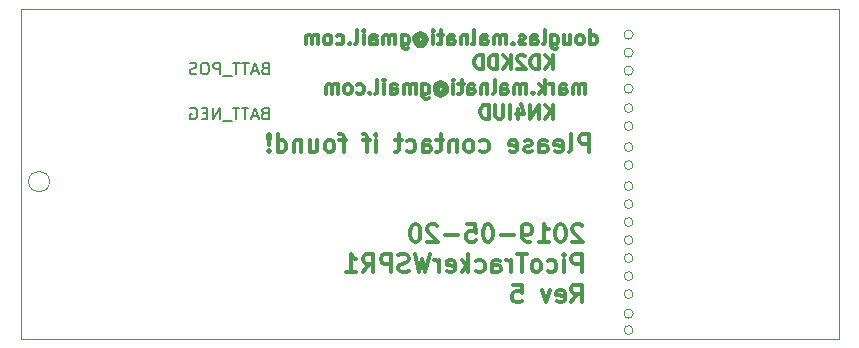
<source format=gbr>
G04 #@! TF.GenerationSoftware,KiCad,Pcbnew,(5.1.0)-1*
G04 #@! TF.CreationDate,2019-05-20T22:37:17-04:00*
G04 #@! TF.ProjectId,PicoTrackerWSPR1Rev5,5069636f-5472-4616-936b-657257535052,rev?*
G04 #@! TF.SameCoordinates,Original*
G04 #@! TF.FileFunction,Legend,Bot*
G04 #@! TF.FilePolarity,Positive*
%FSLAX46Y46*%
G04 Gerber Fmt 4.6, Leading zero omitted, Abs format (unit mm)*
G04 Created by KiCad (PCBNEW (5.1.0)-1) date 2019-05-20 22:37:17*
%MOMM*%
%LPD*%
G04 APERTURE LIST*
%ADD10C,0.100000*%
%ADD11C,0.300000*%
%ADD12C,0.150000*%
G04 APERTURE END LIST*
D10*
X53975000Y-62230000D02*
X53975000Y-63500000D01*
X123190000Y-62230000D02*
X123190000Y-63500000D01*
X53975000Y-90170000D02*
X53975000Y-63500000D01*
X123190000Y-90170000D02*
X53975000Y-90170000D01*
X123190000Y-63500000D02*
X123190000Y-90170000D01*
X53975000Y-62230000D02*
X123190000Y-62230000D01*
X105791021Y-89408000D02*
G75*
G03X105791021Y-89408000I-381021J0D01*
G01*
D11*
X102129000Y-65210857D02*
X102129000Y-64010857D01*
X102129000Y-65153714D02*
X102243285Y-65210857D01*
X102471857Y-65210857D01*
X102586142Y-65153714D01*
X102643285Y-65096571D01*
X102700428Y-64982285D01*
X102700428Y-64639428D01*
X102643285Y-64525142D01*
X102586142Y-64468000D01*
X102471857Y-64410857D01*
X102243285Y-64410857D01*
X102129000Y-64468000D01*
X101386142Y-65210857D02*
X101500428Y-65153714D01*
X101557571Y-65096571D01*
X101614714Y-64982285D01*
X101614714Y-64639428D01*
X101557571Y-64525142D01*
X101500428Y-64468000D01*
X101386142Y-64410857D01*
X101214714Y-64410857D01*
X101100428Y-64468000D01*
X101043285Y-64525142D01*
X100986142Y-64639428D01*
X100986142Y-64982285D01*
X101043285Y-65096571D01*
X101100428Y-65153714D01*
X101214714Y-65210857D01*
X101386142Y-65210857D01*
X99957571Y-64410857D02*
X99957571Y-65210857D01*
X100471857Y-64410857D02*
X100471857Y-65039428D01*
X100414714Y-65153714D01*
X100300428Y-65210857D01*
X100129000Y-65210857D01*
X100014714Y-65153714D01*
X99957571Y-65096571D01*
X98871857Y-64410857D02*
X98871857Y-65382285D01*
X98929000Y-65496571D01*
X98986142Y-65553714D01*
X99100428Y-65610857D01*
X99271857Y-65610857D01*
X99386142Y-65553714D01*
X98871857Y-65153714D02*
X98986142Y-65210857D01*
X99214714Y-65210857D01*
X99329000Y-65153714D01*
X99386142Y-65096571D01*
X99443285Y-64982285D01*
X99443285Y-64639428D01*
X99386142Y-64525142D01*
X99329000Y-64468000D01*
X99214714Y-64410857D01*
X98986142Y-64410857D01*
X98871857Y-64468000D01*
X98129000Y-65210857D02*
X98243285Y-65153714D01*
X98300428Y-65039428D01*
X98300428Y-64010857D01*
X97157571Y-65210857D02*
X97157571Y-64582285D01*
X97214714Y-64468000D01*
X97329000Y-64410857D01*
X97557571Y-64410857D01*
X97671857Y-64468000D01*
X97157571Y-65153714D02*
X97271857Y-65210857D01*
X97557571Y-65210857D01*
X97671857Y-65153714D01*
X97729000Y-65039428D01*
X97729000Y-64925142D01*
X97671857Y-64810857D01*
X97557571Y-64753714D01*
X97271857Y-64753714D01*
X97157571Y-64696571D01*
X96643285Y-65153714D02*
X96529000Y-65210857D01*
X96300428Y-65210857D01*
X96186142Y-65153714D01*
X96129000Y-65039428D01*
X96129000Y-64982285D01*
X96186142Y-64868000D01*
X96300428Y-64810857D01*
X96471857Y-64810857D01*
X96586142Y-64753714D01*
X96643285Y-64639428D01*
X96643285Y-64582285D01*
X96586142Y-64468000D01*
X96471857Y-64410857D01*
X96300428Y-64410857D01*
X96186142Y-64468000D01*
X95614714Y-65096571D02*
X95557571Y-65153714D01*
X95614714Y-65210857D01*
X95671857Y-65153714D01*
X95614714Y-65096571D01*
X95614714Y-65210857D01*
X95043285Y-65210857D02*
X95043285Y-64410857D01*
X95043285Y-64525142D02*
X94986142Y-64468000D01*
X94871857Y-64410857D01*
X94700428Y-64410857D01*
X94586142Y-64468000D01*
X94529000Y-64582285D01*
X94529000Y-65210857D01*
X94529000Y-64582285D02*
X94471857Y-64468000D01*
X94357571Y-64410857D01*
X94186142Y-64410857D01*
X94071857Y-64468000D01*
X94014714Y-64582285D01*
X94014714Y-65210857D01*
X92929000Y-65210857D02*
X92929000Y-64582285D01*
X92986142Y-64468000D01*
X93100428Y-64410857D01*
X93329000Y-64410857D01*
X93443285Y-64468000D01*
X92929000Y-65153714D02*
X93043285Y-65210857D01*
X93329000Y-65210857D01*
X93443285Y-65153714D01*
X93500428Y-65039428D01*
X93500428Y-64925142D01*
X93443285Y-64810857D01*
X93329000Y-64753714D01*
X93043285Y-64753714D01*
X92929000Y-64696571D01*
X92186142Y-65210857D02*
X92300428Y-65153714D01*
X92357571Y-65039428D01*
X92357571Y-64010857D01*
X91729000Y-64410857D02*
X91729000Y-65210857D01*
X91729000Y-64525142D02*
X91671857Y-64468000D01*
X91557571Y-64410857D01*
X91386142Y-64410857D01*
X91271857Y-64468000D01*
X91214714Y-64582285D01*
X91214714Y-65210857D01*
X90129000Y-65210857D02*
X90129000Y-64582285D01*
X90186142Y-64468000D01*
X90300428Y-64410857D01*
X90529000Y-64410857D01*
X90643285Y-64468000D01*
X90129000Y-65153714D02*
X90243285Y-65210857D01*
X90529000Y-65210857D01*
X90643285Y-65153714D01*
X90700428Y-65039428D01*
X90700428Y-64925142D01*
X90643285Y-64810857D01*
X90529000Y-64753714D01*
X90243285Y-64753714D01*
X90129000Y-64696571D01*
X89729000Y-64410857D02*
X89271857Y-64410857D01*
X89557571Y-64010857D02*
X89557571Y-65039428D01*
X89500428Y-65153714D01*
X89386142Y-65210857D01*
X89271857Y-65210857D01*
X88871857Y-65210857D02*
X88871857Y-64410857D01*
X88871857Y-64010857D02*
X88929000Y-64068000D01*
X88871857Y-64125142D01*
X88814714Y-64068000D01*
X88871857Y-64010857D01*
X88871857Y-64125142D01*
X87557571Y-64639428D02*
X87614714Y-64582285D01*
X87729000Y-64525142D01*
X87843285Y-64525142D01*
X87957571Y-64582285D01*
X88014714Y-64639428D01*
X88071857Y-64753714D01*
X88071857Y-64868000D01*
X88014714Y-64982285D01*
X87957571Y-65039428D01*
X87843285Y-65096571D01*
X87729000Y-65096571D01*
X87614714Y-65039428D01*
X87557571Y-64982285D01*
X87557571Y-64525142D02*
X87557571Y-64982285D01*
X87500428Y-65039428D01*
X87443285Y-65039428D01*
X87329000Y-64982285D01*
X87271857Y-64868000D01*
X87271857Y-64582285D01*
X87386142Y-64410857D01*
X87557571Y-64296571D01*
X87786142Y-64239428D01*
X88014714Y-64296571D01*
X88186142Y-64410857D01*
X88300428Y-64582285D01*
X88357571Y-64810857D01*
X88300428Y-65039428D01*
X88186142Y-65210857D01*
X88014714Y-65325142D01*
X87786142Y-65382285D01*
X87557571Y-65325142D01*
X87386142Y-65210857D01*
X86243285Y-64410857D02*
X86243285Y-65382285D01*
X86300428Y-65496571D01*
X86357571Y-65553714D01*
X86471857Y-65610857D01*
X86643285Y-65610857D01*
X86757571Y-65553714D01*
X86243285Y-65153714D02*
X86357571Y-65210857D01*
X86586142Y-65210857D01*
X86700428Y-65153714D01*
X86757571Y-65096571D01*
X86814714Y-64982285D01*
X86814714Y-64639428D01*
X86757571Y-64525142D01*
X86700428Y-64468000D01*
X86586142Y-64410857D01*
X86357571Y-64410857D01*
X86243285Y-64468000D01*
X85671857Y-65210857D02*
X85671857Y-64410857D01*
X85671857Y-64525142D02*
X85614714Y-64468000D01*
X85500428Y-64410857D01*
X85329000Y-64410857D01*
X85214714Y-64468000D01*
X85157571Y-64582285D01*
X85157571Y-65210857D01*
X85157571Y-64582285D02*
X85100428Y-64468000D01*
X84986142Y-64410857D01*
X84814714Y-64410857D01*
X84700428Y-64468000D01*
X84643285Y-64582285D01*
X84643285Y-65210857D01*
X83557571Y-65210857D02*
X83557571Y-64582285D01*
X83614714Y-64468000D01*
X83729000Y-64410857D01*
X83957571Y-64410857D01*
X84071857Y-64468000D01*
X83557571Y-65153714D02*
X83671857Y-65210857D01*
X83957571Y-65210857D01*
X84071857Y-65153714D01*
X84129000Y-65039428D01*
X84129000Y-64925142D01*
X84071857Y-64810857D01*
X83957571Y-64753714D01*
X83671857Y-64753714D01*
X83557571Y-64696571D01*
X82986142Y-65210857D02*
X82986142Y-64410857D01*
X82986142Y-64010857D02*
X83043285Y-64068000D01*
X82986142Y-64125142D01*
X82929000Y-64068000D01*
X82986142Y-64010857D01*
X82986142Y-64125142D01*
X82243285Y-65210857D02*
X82357571Y-65153714D01*
X82414714Y-65039428D01*
X82414714Y-64010857D01*
X81786142Y-65096571D02*
X81729000Y-65153714D01*
X81786142Y-65210857D01*
X81843285Y-65153714D01*
X81786142Y-65096571D01*
X81786142Y-65210857D01*
X80700428Y-65153714D02*
X80814714Y-65210857D01*
X81043285Y-65210857D01*
X81157571Y-65153714D01*
X81214714Y-65096571D01*
X81271857Y-64982285D01*
X81271857Y-64639428D01*
X81214714Y-64525142D01*
X81157571Y-64468000D01*
X81043285Y-64410857D01*
X80814714Y-64410857D01*
X80700428Y-64468000D01*
X80014714Y-65210857D02*
X80129000Y-65153714D01*
X80186142Y-65096571D01*
X80243285Y-64982285D01*
X80243285Y-64639428D01*
X80186142Y-64525142D01*
X80129000Y-64468000D01*
X80014714Y-64410857D01*
X79843285Y-64410857D01*
X79729000Y-64468000D01*
X79671857Y-64525142D01*
X79614714Y-64639428D01*
X79614714Y-64982285D01*
X79671857Y-65096571D01*
X79729000Y-65153714D01*
X79843285Y-65210857D01*
X80014714Y-65210857D01*
X79100428Y-65210857D02*
X79100428Y-64410857D01*
X79100428Y-64525142D02*
X79043285Y-64468000D01*
X78929000Y-64410857D01*
X78757571Y-64410857D01*
X78643285Y-64468000D01*
X78586142Y-64582285D01*
X78586142Y-65210857D01*
X78586142Y-64582285D02*
X78529000Y-64468000D01*
X78414714Y-64410857D01*
X78243285Y-64410857D01*
X78129000Y-64468000D01*
X78071857Y-64582285D01*
X78071857Y-65210857D01*
X98986142Y-67310857D02*
X98986142Y-66110857D01*
X98300428Y-67310857D02*
X98814714Y-66625142D01*
X98300428Y-66110857D02*
X98986142Y-66796571D01*
X97786142Y-67310857D02*
X97786142Y-66110857D01*
X97500428Y-66110857D01*
X97329000Y-66168000D01*
X97214714Y-66282285D01*
X97157571Y-66396571D01*
X97100428Y-66625142D01*
X97100428Y-66796571D01*
X97157571Y-67025142D01*
X97214714Y-67139428D01*
X97329000Y-67253714D01*
X97500428Y-67310857D01*
X97786142Y-67310857D01*
X96643285Y-66225142D02*
X96586142Y-66168000D01*
X96471857Y-66110857D01*
X96186142Y-66110857D01*
X96071857Y-66168000D01*
X96014714Y-66225142D01*
X95957571Y-66339428D01*
X95957571Y-66453714D01*
X96014714Y-66625142D01*
X96700428Y-67310857D01*
X95957571Y-67310857D01*
X95443285Y-67310857D02*
X95443285Y-66110857D01*
X94757571Y-67310857D02*
X95271857Y-66625142D01*
X94757571Y-66110857D02*
X95443285Y-66796571D01*
X94243285Y-67310857D02*
X94243285Y-66110857D01*
X93957571Y-66110857D01*
X93786142Y-66168000D01*
X93671857Y-66282285D01*
X93614714Y-66396571D01*
X93557571Y-66625142D01*
X93557571Y-66796571D01*
X93614714Y-67025142D01*
X93671857Y-67139428D01*
X93786142Y-67253714D01*
X93957571Y-67310857D01*
X94243285Y-67310857D01*
X93043285Y-67310857D02*
X93043285Y-66110857D01*
X92757571Y-66110857D01*
X92586142Y-66168000D01*
X92471857Y-66282285D01*
X92414714Y-66396571D01*
X92357571Y-66625142D01*
X92357571Y-66796571D01*
X92414714Y-67025142D01*
X92471857Y-67139428D01*
X92586142Y-67253714D01*
X92757571Y-67310857D01*
X93043285Y-67310857D01*
X101729000Y-69410857D02*
X101729000Y-68610857D01*
X101729000Y-68725142D02*
X101671857Y-68668000D01*
X101557571Y-68610857D01*
X101386142Y-68610857D01*
X101271857Y-68668000D01*
X101214714Y-68782285D01*
X101214714Y-69410857D01*
X101214714Y-68782285D02*
X101157571Y-68668000D01*
X101043285Y-68610857D01*
X100871857Y-68610857D01*
X100757571Y-68668000D01*
X100700428Y-68782285D01*
X100700428Y-69410857D01*
X99614714Y-69410857D02*
X99614714Y-68782285D01*
X99671857Y-68668000D01*
X99786142Y-68610857D01*
X100014714Y-68610857D01*
X100129000Y-68668000D01*
X99614714Y-69353714D02*
X99729000Y-69410857D01*
X100014714Y-69410857D01*
X100129000Y-69353714D01*
X100186142Y-69239428D01*
X100186142Y-69125142D01*
X100129000Y-69010857D01*
X100014714Y-68953714D01*
X99729000Y-68953714D01*
X99614714Y-68896571D01*
X99043285Y-69410857D02*
X99043285Y-68610857D01*
X99043285Y-68839428D02*
X98986142Y-68725142D01*
X98929000Y-68668000D01*
X98814714Y-68610857D01*
X98700428Y-68610857D01*
X98300428Y-69410857D02*
X98300428Y-68210857D01*
X98186142Y-68953714D02*
X97843285Y-69410857D01*
X97843285Y-68610857D02*
X98300428Y-69068000D01*
X97329000Y-69296571D02*
X97271857Y-69353714D01*
X97329000Y-69410857D01*
X97386142Y-69353714D01*
X97329000Y-69296571D01*
X97329000Y-69410857D01*
X96757571Y-69410857D02*
X96757571Y-68610857D01*
X96757571Y-68725142D02*
X96700428Y-68668000D01*
X96586142Y-68610857D01*
X96414714Y-68610857D01*
X96300428Y-68668000D01*
X96243285Y-68782285D01*
X96243285Y-69410857D01*
X96243285Y-68782285D02*
X96186142Y-68668000D01*
X96071857Y-68610857D01*
X95900428Y-68610857D01*
X95786142Y-68668000D01*
X95729000Y-68782285D01*
X95729000Y-69410857D01*
X94643285Y-69410857D02*
X94643285Y-68782285D01*
X94700428Y-68668000D01*
X94814714Y-68610857D01*
X95043285Y-68610857D01*
X95157571Y-68668000D01*
X94643285Y-69353714D02*
X94757571Y-69410857D01*
X95043285Y-69410857D01*
X95157571Y-69353714D01*
X95214714Y-69239428D01*
X95214714Y-69125142D01*
X95157571Y-69010857D01*
X95043285Y-68953714D01*
X94757571Y-68953714D01*
X94643285Y-68896571D01*
X93900428Y-69410857D02*
X94014714Y-69353714D01*
X94071857Y-69239428D01*
X94071857Y-68210857D01*
X93443285Y-68610857D02*
X93443285Y-69410857D01*
X93443285Y-68725142D02*
X93386142Y-68668000D01*
X93271857Y-68610857D01*
X93100428Y-68610857D01*
X92986142Y-68668000D01*
X92929000Y-68782285D01*
X92929000Y-69410857D01*
X91843285Y-69410857D02*
X91843285Y-68782285D01*
X91900428Y-68668000D01*
X92014714Y-68610857D01*
X92243285Y-68610857D01*
X92357571Y-68668000D01*
X91843285Y-69353714D02*
X91957571Y-69410857D01*
X92243285Y-69410857D01*
X92357571Y-69353714D01*
X92414714Y-69239428D01*
X92414714Y-69125142D01*
X92357571Y-69010857D01*
X92243285Y-68953714D01*
X91957571Y-68953714D01*
X91843285Y-68896571D01*
X91443285Y-68610857D02*
X90986142Y-68610857D01*
X91271857Y-68210857D02*
X91271857Y-69239428D01*
X91214714Y-69353714D01*
X91100428Y-69410857D01*
X90986142Y-69410857D01*
X90586142Y-69410857D02*
X90586142Y-68610857D01*
X90586142Y-68210857D02*
X90643285Y-68268000D01*
X90586142Y-68325142D01*
X90529000Y-68268000D01*
X90586142Y-68210857D01*
X90586142Y-68325142D01*
X89271857Y-68839428D02*
X89329000Y-68782285D01*
X89443285Y-68725142D01*
X89557571Y-68725142D01*
X89671857Y-68782285D01*
X89729000Y-68839428D01*
X89786142Y-68953714D01*
X89786142Y-69068000D01*
X89729000Y-69182285D01*
X89671857Y-69239428D01*
X89557571Y-69296571D01*
X89443285Y-69296571D01*
X89329000Y-69239428D01*
X89271857Y-69182285D01*
X89271857Y-68725142D02*
X89271857Y-69182285D01*
X89214714Y-69239428D01*
X89157571Y-69239428D01*
X89043285Y-69182285D01*
X88986142Y-69068000D01*
X88986142Y-68782285D01*
X89100428Y-68610857D01*
X89271857Y-68496571D01*
X89500428Y-68439428D01*
X89729000Y-68496571D01*
X89900428Y-68610857D01*
X90014714Y-68782285D01*
X90071857Y-69010857D01*
X90014714Y-69239428D01*
X89900428Y-69410857D01*
X89729000Y-69525142D01*
X89500428Y-69582285D01*
X89271857Y-69525142D01*
X89100428Y-69410857D01*
X87957571Y-68610857D02*
X87957571Y-69582285D01*
X88014714Y-69696571D01*
X88071857Y-69753714D01*
X88186142Y-69810857D01*
X88357571Y-69810857D01*
X88471857Y-69753714D01*
X87957571Y-69353714D02*
X88071857Y-69410857D01*
X88300428Y-69410857D01*
X88414714Y-69353714D01*
X88471857Y-69296571D01*
X88529000Y-69182285D01*
X88529000Y-68839428D01*
X88471857Y-68725142D01*
X88414714Y-68668000D01*
X88300428Y-68610857D01*
X88071857Y-68610857D01*
X87957571Y-68668000D01*
X87386142Y-69410857D02*
X87386142Y-68610857D01*
X87386142Y-68725142D02*
X87329000Y-68668000D01*
X87214714Y-68610857D01*
X87043285Y-68610857D01*
X86929000Y-68668000D01*
X86871857Y-68782285D01*
X86871857Y-69410857D01*
X86871857Y-68782285D02*
X86814714Y-68668000D01*
X86700428Y-68610857D01*
X86529000Y-68610857D01*
X86414714Y-68668000D01*
X86357571Y-68782285D01*
X86357571Y-69410857D01*
X85271857Y-69410857D02*
X85271857Y-68782285D01*
X85329000Y-68668000D01*
X85443285Y-68610857D01*
X85671857Y-68610857D01*
X85786142Y-68668000D01*
X85271857Y-69353714D02*
X85386142Y-69410857D01*
X85671857Y-69410857D01*
X85786142Y-69353714D01*
X85843285Y-69239428D01*
X85843285Y-69125142D01*
X85786142Y-69010857D01*
X85671857Y-68953714D01*
X85386142Y-68953714D01*
X85271857Y-68896571D01*
X84700428Y-69410857D02*
X84700428Y-68610857D01*
X84700428Y-68210857D02*
X84757571Y-68268000D01*
X84700428Y-68325142D01*
X84643285Y-68268000D01*
X84700428Y-68210857D01*
X84700428Y-68325142D01*
X83957571Y-69410857D02*
X84071857Y-69353714D01*
X84129000Y-69239428D01*
X84129000Y-68210857D01*
X83500428Y-69296571D02*
X83443285Y-69353714D01*
X83500428Y-69410857D01*
X83557571Y-69353714D01*
X83500428Y-69296571D01*
X83500428Y-69410857D01*
X82414714Y-69353714D02*
X82529000Y-69410857D01*
X82757571Y-69410857D01*
X82871857Y-69353714D01*
X82929000Y-69296571D01*
X82986142Y-69182285D01*
X82986142Y-68839428D01*
X82929000Y-68725142D01*
X82871857Y-68668000D01*
X82757571Y-68610857D01*
X82529000Y-68610857D01*
X82414714Y-68668000D01*
X81729000Y-69410857D02*
X81843285Y-69353714D01*
X81900428Y-69296571D01*
X81957571Y-69182285D01*
X81957571Y-68839428D01*
X81900428Y-68725142D01*
X81843285Y-68668000D01*
X81729000Y-68610857D01*
X81557571Y-68610857D01*
X81443285Y-68668000D01*
X81386142Y-68725142D01*
X81329000Y-68839428D01*
X81329000Y-69182285D01*
X81386142Y-69296571D01*
X81443285Y-69353714D01*
X81557571Y-69410857D01*
X81729000Y-69410857D01*
X80814714Y-69410857D02*
X80814714Y-68610857D01*
X80814714Y-68725142D02*
X80757571Y-68668000D01*
X80643285Y-68610857D01*
X80471857Y-68610857D01*
X80357571Y-68668000D01*
X80300428Y-68782285D01*
X80300428Y-69410857D01*
X80300428Y-68782285D02*
X80243285Y-68668000D01*
X80129000Y-68610857D01*
X79957571Y-68610857D01*
X79843285Y-68668000D01*
X79786142Y-68782285D01*
X79786142Y-69410857D01*
X98986142Y-71510857D02*
X98986142Y-70310857D01*
X98300428Y-71510857D02*
X98814714Y-70825142D01*
X98300428Y-70310857D02*
X98986142Y-70996571D01*
X97786142Y-71510857D02*
X97786142Y-70310857D01*
X97100428Y-71510857D01*
X97100428Y-70310857D01*
X96014714Y-70710857D02*
X96014714Y-71510857D01*
X96300428Y-70253714D02*
X96586142Y-71110857D01*
X95843285Y-71110857D01*
X95386142Y-71510857D02*
X95386142Y-70310857D01*
X94814714Y-70310857D02*
X94814714Y-71282285D01*
X94757571Y-71396571D01*
X94700428Y-71453714D01*
X94586142Y-71510857D01*
X94357571Y-71510857D01*
X94243285Y-71453714D01*
X94186142Y-71396571D01*
X94129000Y-71282285D01*
X94129000Y-70310857D01*
X93557571Y-71510857D02*
X93557571Y-70310857D01*
X93271857Y-70310857D01*
X93100428Y-70368000D01*
X92986142Y-70482285D01*
X92929000Y-70596571D01*
X92871857Y-70825142D01*
X92871857Y-70996571D01*
X92929000Y-71225142D01*
X92986142Y-71339428D01*
X93100428Y-71453714D01*
X93271857Y-71510857D01*
X93557571Y-71510857D01*
D10*
X105791021Y-64389000D02*
G75*
G03X105791021Y-64389000I-381021J0D01*
G01*
X105791021Y-65913000D02*
G75*
G03X105791021Y-65913000I-381021J0D01*
G01*
X105791021Y-67437000D02*
G75*
G03X105791021Y-67437000I-381021J0D01*
G01*
X105791021Y-68961000D02*
G75*
G03X105791021Y-68961000I-381021J0D01*
G01*
X105791021Y-70612000D02*
G75*
G03X105791021Y-70612000I-381021J0D01*
G01*
X105791021Y-72136000D02*
G75*
G03X105791021Y-72136000I-381021J0D01*
G01*
X105791021Y-73914000D02*
G75*
G03X105791021Y-73914000I-381021J0D01*
G01*
X105791021Y-75438000D02*
G75*
G03X105791021Y-75438000I-381021J0D01*
G01*
X105791021Y-77216000D02*
G75*
G03X105791021Y-77216000I-381021J0D01*
G01*
X105791021Y-78740000D02*
G75*
G03X105791021Y-78740000I-381021J0D01*
G01*
X105791021Y-80264000D02*
G75*
G03X105791021Y-80264000I-381021J0D01*
G01*
X105791021Y-81788000D02*
G75*
G03X105791021Y-81788000I-381021J0D01*
G01*
X105791021Y-83312000D02*
G75*
G03X105791021Y-83312000I-381021J0D01*
G01*
X105791021Y-86360000D02*
G75*
G03X105791021Y-86360000I-381021J0D01*
G01*
X105791021Y-84836000D02*
G75*
G03X105791021Y-84836000I-381021J0D01*
G01*
D11*
X101500285Y-80591428D02*
X101428857Y-80520000D01*
X101286000Y-80448571D01*
X100928857Y-80448571D01*
X100786000Y-80520000D01*
X100714571Y-80591428D01*
X100643142Y-80734285D01*
X100643142Y-80877142D01*
X100714571Y-81091428D01*
X101571714Y-81948571D01*
X100643142Y-81948571D01*
X99714571Y-80448571D02*
X99571714Y-80448571D01*
X99428857Y-80520000D01*
X99357428Y-80591428D01*
X99286000Y-80734285D01*
X99214571Y-81020000D01*
X99214571Y-81377142D01*
X99286000Y-81662857D01*
X99357428Y-81805714D01*
X99428857Y-81877142D01*
X99571714Y-81948571D01*
X99714571Y-81948571D01*
X99857428Y-81877142D01*
X99928857Y-81805714D01*
X100000285Y-81662857D01*
X100071714Y-81377142D01*
X100071714Y-81020000D01*
X100000285Y-80734285D01*
X99928857Y-80591428D01*
X99857428Y-80520000D01*
X99714571Y-80448571D01*
X97786000Y-81948571D02*
X98643142Y-81948571D01*
X98214571Y-81948571D02*
X98214571Y-80448571D01*
X98357428Y-80662857D01*
X98500285Y-80805714D01*
X98643142Y-80877142D01*
X97071714Y-81948571D02*
X96786000Y-81948571D01*
X96643142Y-81877142D01*
X96571714Y-81805714D01*
X96428857Y-81591428D01*
X96357428Y-81305714D01*
X96357428Y-80734285D01*
X96428857Y-80591428D01*
X96500285Y-80520000D01*
X96643142Y-80448571D01*
X96928857Y-80448571D01*
X97071714Y-80520000D01*
X97143142Y-80591428D01*
X97214571Y-80734285D01*
X97214571Y-81091428D01*
X97143142Y-81234285D01*
X97071714Y-81305714D01*
X96928857Y-81377142D01*
X96643142Y-81377142D01*
X96500285Y-81305714D01*
X96428857Y-81234285D01*
X96357428Y-81091428D01*
X95714571Y-81377142D02*
X94571714Y-81377142D01*
X93571714Y-80448571D02*
X93428857Y-80448571D01*
X93286000Y-80520000D01*
X93214571Y-80591428D01*
X93143142Y-80734285D01*
X93071714Y-81020000D01*
X93071714Y-81377142D01*
X93143142Y-81662857D01*
X93214571Y-81805714D01*
X93286000Y-81877142D01*
X93428857Y-81948571D01*
X93571714Y-81948571D01*
X93714571Y-81877142D01*
X93786000Y-81805714D01*
X93857428Y-81662857D01*
X93928857Y-81377142D01*
X93928857Y-81020000D01*
X93857428Y-80734285D01*
X93786000Y-80591428D01*
X93714571Y-80520000D01*
X93571714Y-80448571D01*
X91714571Y-80448571D02*
X92428857Y-80448571D01*
X92500285Y-81162857D01*
X92428857Y-81091428D01*
X92286000Y-81020000D01*
X91928857Y-81020000D01*
X91786000Y-81091428D01*
X91714571Y-81162857D01*
X91643142Y-81305714D01*
X91643142Y-81662857D01*
X91714571Y-81805714D01*
X91786000Y-81877142D01*
X91928857Y-81948571D01*
X92286000Y-81948571D01*
X92428857Y-81877142D01*
X92500285Y-81805714D01*
X91000285Y-81377142D02*
X89857428Y-81377142D01*
X89214571Y-80591428D02*
X89143142Y-80520000D01*
X89000285Y-80448571D01*
X88643142Y-80448571D01*
X88500285Y-80520000D01*
X88428857Y-80591428D01*
X88357428Y-80734285D01*
X88357428Y-80877142D01*
X88428857Y-81091428D01*
X89286000Y-81948571D01*
X88357428Y-81948571D01*
X87428857Y-80448571D02*
X87286000Y-80448571D01*
X87143142Y-80520000D01*
X87071714Y-80591428D01*
X87000285Y-80734285D01*
X86928857Y-81020000D01*
X86928857Y-81377142D01*
X87000285Y-81662857D01*
X87071714Y-81805714D01*
X87143142Y-81877142D01*
X87286000Y-81948571D01*
X87428857Y-81948571D01*
X87571714Y-81877142D01*
X87643142Y-81805714D01*
X87714571Y-81662857D01*
X87786000Y-81377142D01*
X87786000Y-81020000D01*
X87714571Y-80734285D01*
X87643142Y-80591428D01*
X87571714Y-80520000D01*
X87428857Y-80448571D01*
X101428857Y-84498571D02*
X101428857Y-82998571D01*
X100857428Y-82998571D01*
X100714571Y-83070000D01*
X100643142Y-83141428D01*
X100571714Y-83284285D01*
X100571714Y-83498571D01*
X100643142Y-83641428D01*
X100714571Y-83712857D01*
X100857428Y-83784285D01*
X101428857Y-83784285D01*
X99928857Y-84498571D02*
X99928857Y-83498571D01*
X99928857Y-82998571D02*
X100000285Y-83070000D01*
X99928857Y-83141428D01*
X99857428Y-83070000D01*
X99928857Y-82998571D01*
X99928857Y-83141428D01*
X98571714Y-84427142D02*
X98714571Y-84498571D01*
X99000285Y-84498571D01*
X99143142Y-84427142D01*
X99214571Y-84355714D01*
X99286000Y-84212857D01*
X99286000Y-83784285D01*
X99214571Y-83641428D01*
X99143142Y-83570000D01*
X99000285Y-83498571D01*
X98714571Y-83498571D01*
X98571714Y-83570000D01*
X97714571Y-84498571D02*
X97857428Y-84427142D01*
X97928857Y-84355714D01*
X98000285Y-84212857D01*
X98000285Y-83784285D01*
X97928857Y-83641428D01*
X97857428Y-83570000D01*
X97714571Y-83498571D01*
X97500285Y-83498571D01*
X97357428Y-83570000D01*
X97286000Y-83641428D01*
X97214571Y-83784285D01*
X97214571Y-84212857D01*
X97286000Y-84355714D01*
X97357428Y-84427142D01*
X97500285Y-84498571D01*
X97714571Y-84498571D01*
X96786000Y-82998571D02*
X95928857Y-82998571D01*
X96357428Y-84498571D02*
X96357428Y-82998571D01*
X95428857Y-84498571D02*
X95428857Y-83498571D01*
X95428857Y-83784285D02*
X95357428Y-83641428D01*
X95286000Y-83570000D01*
X95143142Y-83498571D01*
X95000285Y-83498571D01*
X93857428Y-84498571D02*
X93857428Y-83712857D01*
X93928857Y-83570000D01*
X94071714Y-83498571D01*
X94357428Y-83498571D01*
X94500285Y-83570000D01*
X93857428Y-84427142D02*
X94000285Y-84498571D01*
X94357428Y-84498571D01*
X94500285Y-84427142D01*
X94571714Y-84284285D01*
X94571714Y-84141428D01*
X94500285Y-83998571D01*
X94357428Y-83927142D01*
X94000285Y-83927142D01*
X93857428Y-83855714D01*
X92500285Y-84427142D02*
X92643142Y-84498571D01*
X92928857Y-84498571D01*
X93071714Y-84427142D01*
X93143142Y-84355714D01*
X93214571Y-84212857D01*
X93214571Y-83784285D01*
X93143142Y-83641428D01*
X93071714Y-83570000D01*
X92928857Y-83498571D01*
X92643142Y-83498571D01*
X92500285Y-83570000D01*
X91857428Y-84498571D02*
X91857428Y-82998571D01*
X91714571Y-83927142D02*
X91286000Y-84498571D01*
X91286000Y-83498571D02*
X91857428Y-84070000D01*
X90071714Y-84427142D02*
X90214571Y-84498571D01*
X90500285Y-84498571D01*
X90643142Y-84427142D01*
X90714571Y-84284285D01*
X90714571Y-83712857D01*
X90643142Y-83570000D01*
X90500285Y-83498571D01*
X90214571Y-83498571D01*
X90071714Y-83570000D01*
X90000285Y-83712857D01*
X90000285Y-83855714D01*
X90714571Y-83998571D01*
X89357428Y-84498571D02*
X89357428Y-83498571D01*
X89357428Y-83784285D02*
X89286000Y-83641428D01*
X89214571Y-83570000D01*
X89071714Y-83498571D01*
X88928857Y-83498571D01*
X88571714Y-82998571D02*
X88214571Y-84498571D01*
X87928857Y-83427142D01*
X87643142Y-84498571D01*
X87286000Y-82998571D01*
X86786000Y-84427142D02*
X86571714Y-84498571D01*
X86214571Y-84498571D01*
X86071714Y-84427142D01*
X86000285Y-84355714D01*
X85928857Y-84212857D01*
X85928857Y-84070000D01*
X86000285Y-83927142D01*
X86071714Y-83855714D01*
X86214571Y-83784285D01*
X86500285Y-83712857D01*
X86643142Y-83641428D01*
X86714571Y-83570000D01*
X86786000Y-83427142D01*
X86786000Y-83284285D01*
X86714571Y-83141428D01*
X86643142Y-83070000D01*
X86500285Y-82998571D01*
X86143142Y-82998571D01*
X85928857Y-83070000D01*
X85286000Y-84498571D02*
X85286000Y-82998571D01*
X84714571Y-82998571D01*
X84571714Y-83070000D01*
X84500285Y-83141428D01*
X84428857Y-83284285D01*
X84428857Y-83498571D01*
X84500285Y-83641428D01*
X84571714Y-83712857D01*
X84714571Y-83784285D01*
X85286000Y-83784285D01*
X82928857Y-84498571D02*
X83428857Y-83784285D01*
X83786000Y-84498571D02*
X83786000Y-82998571D01*
X83214571Y-82998571D01*
X83071714Y-83070000D01*
X83000285Y-83141428D01*
X82928857Y-83284285D01*
X82928857Y-83498571D01*
X83000285Y-83641428D01*
X83071714Y-83712857D01*
X83214571Y-83784285D01*
X83786000Y-83784285D01*
X81500285Y-84498571D02*
X82357428Y-84498571D01*
X81928857Y-84498571D02*
X81928857Y-82998571D01*
X82071714Y-83212857D01*
X82214571Y-83355714D01*
X82357428Y-83427142D01*
X100571714Y-87048571D02*
X101071714Y-86334285D01*
X101428857Y-87048571D02*
X101428857Y-85548571D01*
X100857428Y-85548571D01*
X100714571Y-85620000D01*
X100643142Y-85691428D01*
X100571714Y-85834285D01*
X100571714Y-86048571D01*
X100643142Y-86191428D01*
X100714571Y-86262857D01*
X100857428Y-86334285D01*
X101428857Y-86334285D01*
X99357428Y-86977142D02*
X99500285Y-87048571D01*
X99786000Y-87048571D01*
X99928857Y-86977142D01*
X100000285Y-86834285D01*
X100000285Y-86262857D01*
X99928857Y-86120000D01*
X99786000Y-86048571D01*
X99500285Y-86048571D01*
X99357428Y-86120000D01*
X99286000Y-86262857D01*
X99286000Y-86405714D01*
X100000285Y-86548571D01*
X98786000Y-86048571D02*
X98428857Y-87048571D01*
X98071714Y-86048571D01*
X95643142Y-85548571D02*
X96357428Y-85548571D01*
X96428857Y-86262857D01*
X96357428Y-86191428D01*
X96214571Y-86120000D01*
X95857428Y-86120000D01*
X95714571Y-86191428D01*
X95643142Y-86262857D01*
X95571714Y-86405714D01*
X95571714Y-86762857D01*
X95643142Y-86905714D01*
X95714571Y-86977142D01*
X95857428Y-87048571D01*
X96214571Y-87048571D01*
X96357428Y-86977142D01*
X96428857Y-86905714D01*
X102063857Y-74338571D02*
X102063857Y-72838571D01*
X101492428Y-72838571D01*
X101349571Y-72910000D01*
X101278142Y-72981428D01*
X101206714Y-73124285D01*
X101206714Y-73338571D01*
X101278142Y-73481428D01*
X101349571Y-73552857D01*
X101492428Y-73624285D01*
X102063857Y-73624285D01*
X100349571Y-74338571D02*
X100492428Y-74267142D01*
X100563857Y-74124285D01*
X100563857Y-72838571D01*
X99206714Y-74267142D02*
X99349571Y-74338571D01*
X99635285Y-74338571D01*
X99778142Y-74267142D01*
X99849571Y-74124285D01*
X99849571Y-73552857D01*
X99778142Y-73410000D01*
X99635285Y-73338571D01*
X99349571Y-73338571D01*
X99206714Y-73410000D01*
X99135285Y-73552857D01*
X99135285Y-73695714D01*
X99849571Y-73838571D01*
X97849571Y-74338571D02*
X97849571Y-73552857D01*
X97921000Y-73410000D01*
X98063857Y-73338571D01*
X98349571Y-73338571D01*
X98492428Y-73410000D01*
X97849571Y-74267142D02*
X97992428Y-74338571D01*
X98349571Y-74338571D01*
X98492428Y-74267142D01*
X98563857Y-74124285D01*
X98563857Y-73981428D01*
X98492428Y-73838571D01*
X98349571Y-73767142D01*
X97992428Y-73767142D01*
X97849571Y-73695714D01*
X97206714Y-74267142D02*
X97063857Y-74338571D01*
X96778142Y-74338571D01*
X96635285Y-74267142D01*
X96563857Y-74124285D01*
X96563857Y-74052857D01*
X96635285Y-73910000D01*
X96778142Y-73838571D01*
X96992428Y-73838571D01*
X97135285Y-73767142D01*
X97206714Y-73624285D01*
X97206714Y-73552857D01*
X97135285Y-73410000D01*
X96992428Y-73338571D01*
X96778142Y-73338571D01*
X96635285Y-73410000D01*
X95349571Y-74267142D02*
X95492428Y-74338571D01*
X95778142Y-74338571D01*
X95921000Y-74267142D01*
X95992428Y-74124285D01*
X95992428Y-73552857D01*
X95921000Y-73410000D01*
X95778142Y-73338571D01*
X95492428Y-73338571D01*
X95349571Y-73410000D01*
X95278142Y-73552857D01*
X95278142Y-73695714D01*
X95992428Y-73838571D01*
X92849571Y-74267142D02*
X92992428Y-74338571D01*
X93278142Y-74338571D01*
X93421000Y-74267142D01*
X93492428Y-74195714D01*
X93563857Y-74052857D01*
X93563857Y-73624285D01*
X93492428Y-73481428D01*
X93421000Y-73410000D01*
X93278142Y-73338571D01*
X92992428Y-73338571D01*
X92849571Y-73410000D01*
X91992428Y-74338571D02*
X92135285Y-74267142D01*
X92206714Y-74195714D01*
X92278142Y-74052857D01*
X92278142Y-73624285D01*
X92206714Y-73481428D01*
X92135285Y-73410000D01*
X91992428Y-73338571D01*
X91778142Y-73338571D01*
X91635285Y-73410000D01*
X91563857Y-73481428D01*
X91492428Y-73624285D01*
X91492428Y-74052857D01*
X91563857Y-74195714D01*
X91635285Y-74267142D01*
X91778142Y-74338571D01*
X91992428Y-74338571D01*
X90849571Y-73338571D02*
X90849571Y-74338571D01*
X90849571Y-73481428D02*
X90778142Y-73410000D01*
X90635285Y-73338571D01*
X90421000Y-73338571D01*
X90278142Y-73410000D01*
X90206714Y-73552857D01*
X90206714Y-74338571D01*
X89706714Y-73338571D02*
X89135285Y-73338571D01*
X89492428Y-72838571D02*
X89492428Y-74124285D01*
X89421000Y-74267142D01*
X89278142Y-74338571D01*
X89135285Y-74338571D01*
X87992428Y-74338571D02*
X87992428Y-73552857D01*
X88063857Y-73410000D01*
X88206714Y-73338571D01*
X88492428Y-73338571D01*
X88635285Y-73410000D01*
X87992428Y-74267142D02*
X88135285Y-74338571D01*
X88492428Y-74338571D01*
X88635285Y-74267142D01*
X88706714Y-74124285D01*
X88706714Y-73981428D01*
X88635285Y-73838571D01*
X88492428Y-73767142D01*
X88135285Y-73767142D01*
X87992428Y-73695714D01*
X86635285Y-74267142D02*
X86778142Y-74338571D01*
X87063857Y-74338571D01*
X87206714Y-74267142D01*
X87278142Y-74195714D01*
X87349571Y-74052857D01*
X87349571Y-73624285D01*
X87278142Y-73481428D01*
X87206714Y-73410000D01*
X87063857Y-73338571D01*
X86778142Y-73338571D01*
X86635285Y-73410000D01*
X86206714Y-73338571D02*
X85635285Y-73338571D01*
X85992428Y-72838571D02*
X85992428Y-74124285D01*
X85921000Y-74267142D01*
X85778142Y-74338571D01*
X85635285Y-74338571D01*
X83992428Y-74338571D02*
X83992428Y-73338571D01*
X83992428Y-72838571D02*
X84063857Y-72910000D01*
X83992428Y-72981428D01*
X83921000Y-72910000D01*
X83992428Y-72838571D01*
X83992428Y-72981428D01*
X83492428Y-73338571D02*
X82921000Y-73338571D01*
X83278142Y-74338571D02*
X83278142Y-73052857D01*
X83206714Y-72910000D01*
X83063857Y-72838571D01*
X82921000Y-72838571D01*
X81492428Y-73338571D02*
X80921000Y-73338571D01*
X81278142Y-74338571D02*
X81278142Y-73052857D01*
X81206714Y-72910000D01*
X81063857Y-72838571D01*
X80921000Y-72838571D01*
X80206714Y-74338571D02*
X80349571Y-74267142D01*
X80421000Y-74195714D01*
X80492428Y-74052857D01*
X80492428Y-73624285D01*
X80421000Y-73481428D01*
X80349571Y-73410000D01*
X80206714Y-73338571D01*
X79992428Y-73338571D01*
X79849571Y-73410000D01*
X79778142Y-73481428D01*
X79706714Y-73624285D01*
X79706714Y-74052857D01*
X79778142Y-74195714D01*
X79849571Y-74267142D01*
X79992428Y-74338571D01*
X80206714Y-74338571D01*
X78421000Y-73338571D02*
X78421000Y-74338571D01*
X79063857Y-73338571D02*
X79063857Y-74124285D01*
X78992428Y-74267142D01*
X78849571Y-74338571D01*
X78635285Y-74338571D01*
X78492428Y-74267142D01*
X78421000Y-74195714D01*
X77706714Y-73338571D02*
X77706714Y-74338571D01*
X77706714Y-73481428D02*
X77635285Y-73410000D01*
X77492428Y-73338571D01*
X77278142Y-73338571D01*
X77135285Y-73410000D01*
X77063857Y-73552857D01*
X77063857Y-74338571D01*
X75706714Y-74338571D02*
X75706714Y-72838571D01*
X75706714Y-74267142D02*
X75849571Y-74338571D01*
X76135285Y-74338571D01*
X76278142Y-74267142D01*
X76349571Y-74195714D01*
X76421000Y-74052857D01*
X76421000Y-73624285D01*
X76349571Y-73481428D01*
X76278142Y-73410000D01*
X76135285Y-73338571D01*
X75849571Y-73338571D01*
X75706714Y-73410000D01*
X74992428Y-74195714D02*
X74921000Y-74267142D01*
X74992428Y-74338571D01*
X75063857Y-74267142D01*
X74992428Y-74195714D01*
X74992428Y-74338571D01*
X74992428Y-73767142D02*
X75063857Y-72910000D01*
X74992428Y-72838571D01*
X74921000Y-72910000D01*
X74992428Y-73767142D01*
X74992428Y-72838571D01*
D10*
X105791021Y-88011000D02*
G75*
G03X105791021Y-88011000I-381021J0D01*
G01*
X56388000Y-76835000D02*
G75*
G03X56388000Y-76835000I-889000J0D01*
G01*
D12*
X74604190Y-71048571D02*
X74461333Y-71096190D01*
X74413714Y-71143809D01*
X74366095Y-71239047D01*
X74366095Y-71381904D01*
X74413714Y-71477142D01*
X74461333Y-71524761D01*
X74556571Y-71572380D01*
X74937523Y-71572380D01*
X74937523Y-70572380D01*
X74604190Y-70572380D01*
X74508952Y-70620000D01*
X74461333Y-70667619D01*
X74413714Y-70762857D01*
X74413714Y-70858095D01*
X74461333Y-70953333D01*
X74508952Y-71000952D01*
X74604190Y-71048571D01*
X74937523Y-71048571D01*
X73985142Y-71286666D02*
X73508952Y-71286666D01*
X74080380Y-71572380D02*
X73747047Y-70572380D01*
X73413714Y-71572380D01*
X73223238Y-70572380D02*
X72651809Y-70572380D01*
X72937523Y-71572380D02*
X72937523Y-70572380D01*
X72461333Y-70572380D02*
X71889904Y-70572380D01*
X72175619Y-71572380D02*
X72175619Y-70572380D01*
X71794666Y-71667619D02*
X71032761Y-71667619D01*
X70794666Y-71572380D02*
X70794666Y-70572380D01*
X70223238Y-71572380D01*
X70223238Y-70572380D01*
X69747047Y-71048571D02*
X69413714Y-71048571D01*
X69270857Y-71572380D02*
X69747047Y-71572380D01*
X69747047Y-70572380D01*
X69270857Y-70572380D01*
X68318476Y-70620000D02*
X68413714Y-70572380D01*
X68556571Y-70572380D01*
X68699428Y-70620000D01*
X68794666Y-70715238D01*
X68842285Y-70810476D01*
X68889904Y-71000952D01*
X68889904Y-71143809D01*
X68842285Y-71334285D01*
X68794666Y-71429523D01*
X68699428Y-71524761D01*
X68556571Y-71572380D01*
X68461333Y-71572380D01*
X68318476Y-71524761D01*
X68270857Y-71477142D01*
X68270857Y-71143809D01*
X68461333Y-71143809D01*
X74628000Y-67238571D02*
X74485142Y-67286190D01*
X74437523Y-67333809D01*
X74389904Y-67429047D01*
X74389904Y-67571904D01*
X74437523Y-67667142D01*
X74485142Y-67714761D01*
X74580380Y-67762380D01*
X74961333Y-67762380D01*
X74961333Y-66762380D01*
X74628000Y-66762380D01*
X74532761Y-66810000D01*
X74485142Y-66857619D01*
X74437523Y-66952857D01*
X74437523Y-67048095D01*
X74485142Y-67143333D01*
X74532761Y-67190952D01*
X74628000Y-67238571D01*
X74961333Y-67238571D01*
X74008952Y-67476666D02*
X73532761Y-67476666D01*
X74104190Y-67762380D02*
X73770857Y-66762380D01*
X73437523Y-67762380D01*
X73247047Y-66762380D02*
X72675619Y-66762380D01*
X72961333Y-67762380D02*
X72961333Y-66762380D01*
X72485142Y-66762380D02*
X71913714Y-66762380D01*
X72199428Y-67762380D02*
X72199428Y-66762380D01*
X71818476Y-67857619D02*
X71056571Y-67857619D01*
X70818476Y-67762380D02*
X70818476Y-66762380D01*
X70437523Y-66762380D01*
X70342285Y-66810000D01*
X70294666Y-66857619D01*
X70247047Y-66952857D01*
X70247047Y-67095714D01*
X70294666Y-67190952D01*
X70342285Y-67238571D01*
X70437523Y-67286190D01*
X70818476Y-67286190D01*
X69628000Y-66762380D02*
X69437523Y-66762380D01*
X69342285Y-66810000D01*
X69247047Y-66905238D01*
X69199428Y-67095714D01*
X69199428Y-67429047D01*
X69247047Y-67619523D01*
X69342285Y-67714761D01*
X69437523Y-67762380D01*
X69628000Y-67762380D01*
X69723238Y-67714761D01*
X69818476Y-67619523D01*
X69866095Y-67429047D01*
X69866095Y-67095714D01*
X69818476Y-66905238D01*
X69723238Y-66810000D01*
X69628000Y-66762380D01*
X68818476Y-67714761D02*
X68675619Y-67762380D01*
X68437523Y-67762380D01*
X68342285Y-67714761D01*
X68294666Y-67667142D01*
X68247047Y-67571904D01*
X68247047Y-67476666D01*
X68294666Y-67381428D01*
X68342285Y-67333809D01*
X68437523Y-67286190D01*
X68628000Y-67238571D01*
X68723238Y-67190952D01*
X68770857Y-67143333D01*
X68818476Y-67048095D01*
X68818476Y-66952857D01*
X68770857Y-66857619D01*
X68723238Y-66810000D01*
X68628000Y-66762380D01*
X68389904Y-66762380D01*
X68247047Y-66810000D01*
M02*

</source>
